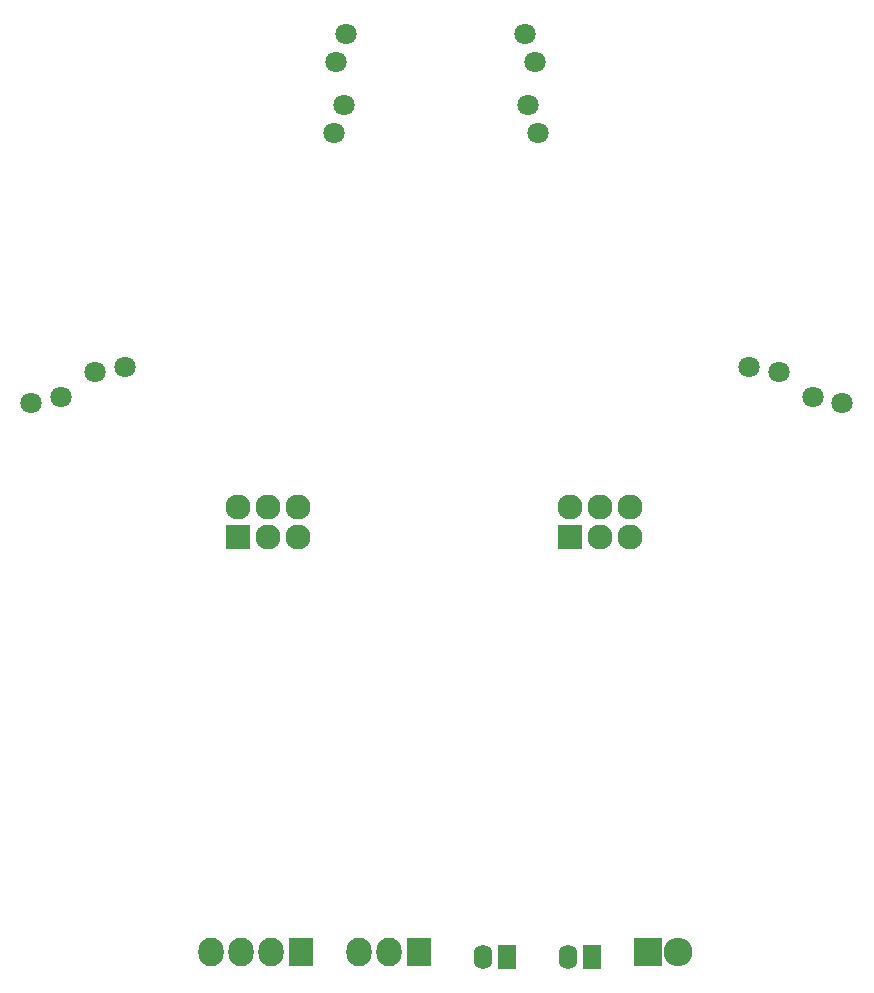
<source format=gbs>
G04 #@! TF.FileFunction,Soldermask,Bot*
%FSLAX46Y46*%
G04 Gerber Fmt 4.6, Leading zero omitted, Abs format (unit mm)*
G04 Created by KiCad (PCBNEW 4.0.4-stable) date *
%MOMM*%
%LPD*%
G01*
G04 APERTURE LIST*
%ADD10C,0.100000*%
%ADD11C,1.800000*%
%ADD12R,1.600000X2.100000*%
%ADD13O,1.600000X2.100000*%
%ADD14R,2.432000X2.432000*%
%ADD15O,2.432000X2.432000*%
%ADD16R,2.127200X2.432000*%
%ADD17O,2.127200X2.432000*%
%ADD18R,2.127200X2.127200*%
%ADD19O,2.127200X2.127200*%
G04 APERTURE END LIST*
D10*
D11*
X114169827Y-60871239D03*
X116671239Y-60430173D03*
X139759044Y-38027775D03*
X140627775Y-35640956D03*
X139959044Y-32027775D03*
X140827775Y-29640956D03*
X119569827Y-58271239D03*
X122071239Y-57830173D03*
X156172225Y-35640956D03*
X157040956Y-38027775D03*
X174928761Y-57830173D03*
X177430173Y-58271239D03*
X155972225Y-29640956D03*
X156840956Y-32027775D03*
X180328761Y-60430173D03*
X182830173Y-60871239D03*
D12*
X161600000Y-107800000D03*
D13*
X159600000Y-107800000D03*
D12*
X154400000Y-107800000D03*
D13*
X152400000Y-107800000D03*
D14*
X166400000Y-107400000D03*
D15*
X168940000Y-107400000D03*
D16*
X147000000Y-107400000D03*
D17*
X144460000Y-107400000D03*
X141920000Y-107400000D03*
D18*
X159750000Y-72250000D03*
D19*
X159750000Y-69710000D03*
X162290000Y-72250000D03*
X162290000Y-69710000D03*
X164830000Y-72250000D03*
X164830000Y-69710000D03*
D18*
X131670000Y-72250000D03*
D19*
X131670000Y-69710000D03*
X134210000Y-72250000D03*
X134210000Y-69710000D03*
X136750000Y-72250000D03*
X136750000Y-69710000D03*
D16*
X137000000Y-107400000D03*
D17*
X134460000Y-107400000D03*
X131920000Y-107400000D03*
X129380000Y-107400000D03*
M02*

</source>
